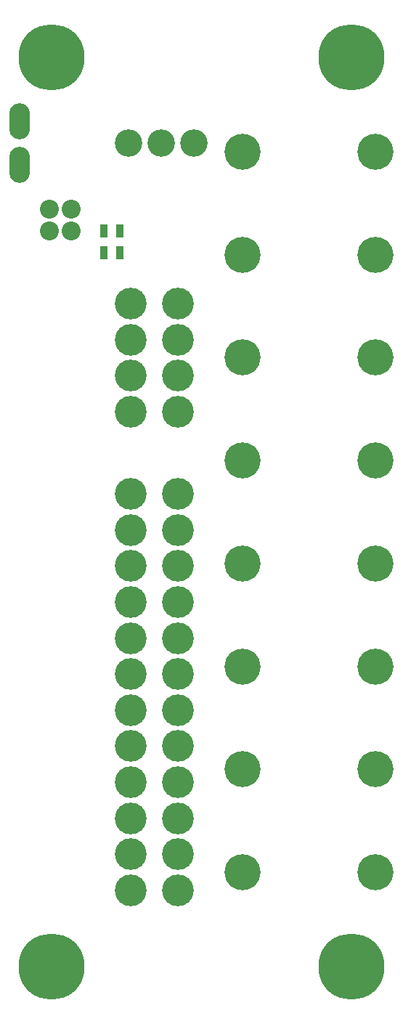
<source format=gts>
G04*
G04 #@! TF.GenerationSoftware,Altium Limited,Altium Designer,21.2.2 (38)*
G04*
G04 Layer_Color=8388736*
%FSLAX25Y25*%
%MOIN*%
G70*
G04*
G04 #@! TF.SameCoordinates,2A2BD39F-598F-431D-80C8-0E329A30C52D*
G04*
G04*
G04 #@! TF.FilePolarity,Negative*
G04*
G01*
G75*
%ADD12R,0.03556X0.05918*%
%ADD13C,0.14580*%
%ADD14O,0.09461X0.16548*%
%ADD15C,0.12611*%
%ADD16C,0.30328*%
%ADD17C,0.16548*%
%ADD18C,0.08674*%
D12*
X161614Y406496D02*
D03*
X169095D02*
D03*
X161614Y416339D02*
D03*
X169095D02*
D03*
D13*
X174213Y113779D02*
D03*
Y130315D02*
D03*
X195866Y113779D02*
D03*
Y130315D02*
D03*
X174213Y295669D02*
D03*
Y279134D02*
D03*
X195866Y295669D02*
D03*
Y279134D02*
D03*
X174213Y146850D02*
D03*
Y163386D02*
D03*
X195866Y146850D02*
D03*
Y163386D02*
D03*
X174213Y262598D02*
D03*
Y246063D02*
D03*
X195866Y262598D02*
D03*
Y246063D02*
D03*
X174213Y229528D02*
D03*
Y179921D02*
D03*
Y196457D02*
D03*
Y212992D02*
D03*
X195866Y179921D02*
D03*
Y229528D02*
D03*
Y212992D02*
D03*
Y196457D02*
D03*
Y350000D02*
D03*
Y366535D02*
D03*
Y383071D02*
D03*
Y333465D02*
D03*
X174213Y366535D02*
D03*
Y350000D02*
D03*
Y333465D02*
D03*
Y383071D02*
D03*
D14*
X123228Y446693D02*
D03*
Y466693D02*
D03*
D15*
X203228Y456693D02*
D03*
X188228D02*
D03*
X173228D02*
D03*
D16*
X137795Y78740D02*
D03*
X275590D02*
D03*
X137795Y496063D02*
D03*
X275590D02*
D03*
D17*
X286417Y452756D02*
D03*
X225394D02*
D03*
X286417Y405512D02*
D03*
X225394D02*
D03*
X286417Y358268D02*
D03*
X225394D02*
D03*
X286417Y311024D02*
D03*
X225394D02*
D03*
Y263779D02*
D03*
X286417D02*
D03*
X225394Y216535D02*
D03*
X286417D02*
D03*
X225394Y169291D02*
D03*
X286417D02*
D03*
X225394Y122047D02*
D03*
X286417D02*
D03*
D18*
X136732Y416260D02*
D03*
X146732D02*
D03*
Y426260D02*
D03*
X136732D02*
D03*
M02*

</source>
